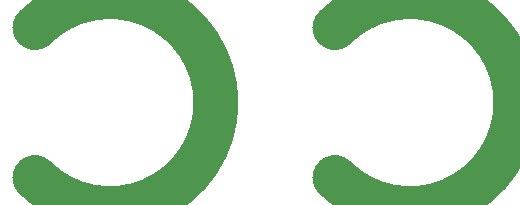
<source format=gbr>
%FSLAX34Y34*%%MOIN*%%ADD10C,0.15*%D10*G75*X-7500Y-2500D02*G03*X-7500Y2500I2500J2500D01*X2500Y2500D02*G02*X2500Y-2500I2500J-2500D01*M02*
</source>
